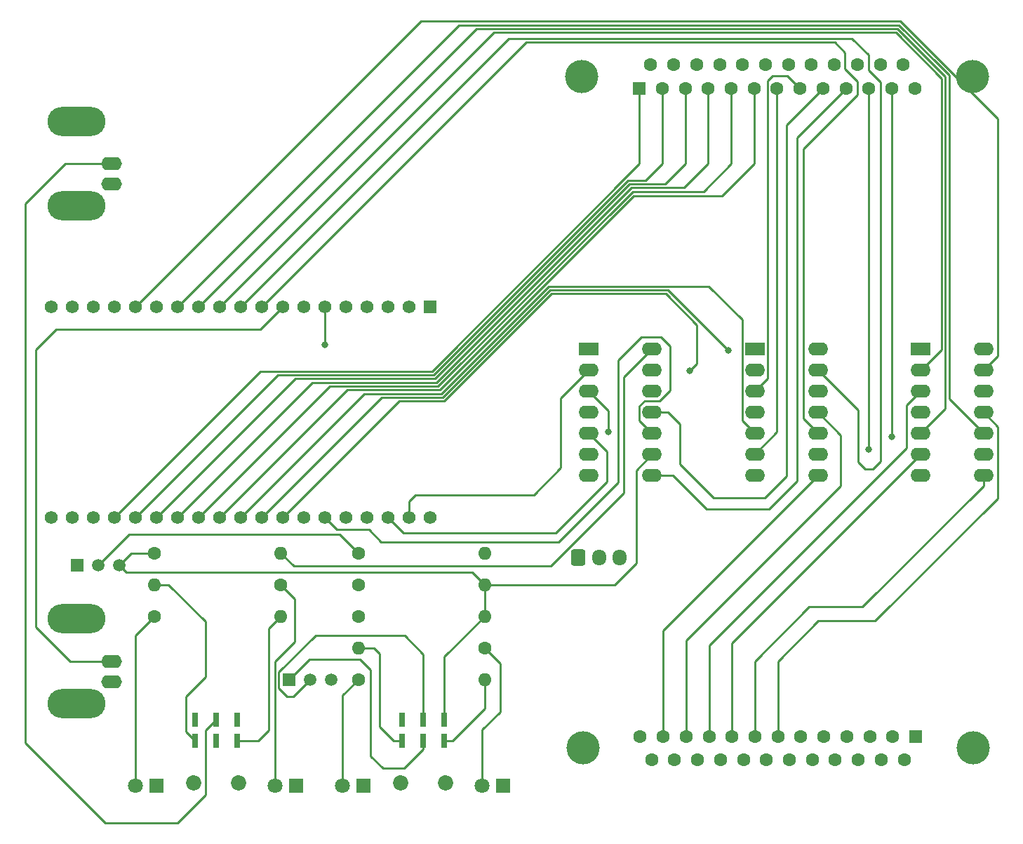
<source format=gbr>
%TF.GenerationSoftware,KiCad,Pcbnew,(6.0.4)*%
%TF.CreationDate,2023-06-02T21:54:59+02:00*%
%TF.ProjectId,LED-Zappelin-V2-Chrolis,4c45442d-5a61-4707-9065-6c696e2d5632,rev?*%
%TF.SameCoordinates,Original*%
%TF.FileFunction,Copper,L1,Top*%
%TF.FilePolarity,Positive*%
%FSLAX46Y46*%
G04 Gerber Fmt 4.6, Leading zero omitted, Abs format (unit mm)*
G04 Created by KiCad (PCBNEW (6.0.4)) date 2023-06-02 21:54:59*
%MOMM*%
%LPD*%
G01*
G04 APERTURE LIST*
G04 Aperture macros list*
%AMRoundRect*
0 Rectangle with rounded corners*
0 $1 Rounding radius*
0 $2 $3 $4 $5 $6 $7 $8 $9 X,Y pos of 4 corners*
0 Add a 4 corners polygon primitive as box body*
4,1,4,$2,$3,$4,$5,$6,$7,$8,$9,$2,$3,0*
0 Add four circle primitives for the rounded corners*
1,1,$1+$1,$2,$3*
1,1,$1+$1,$4,$5*
1,1,$1+$1,$6,$7*
1,1,$1+$1,$8,$9*
0 Add four rect primitives between the rounded corners*
20,1,$1+$1,$2,$3,$4,$5,0*
20,1,$1+$1,$4,$5,$6,$7,0*
20,1,$1+$1,$6,$7,$8,$9,0*
20,1,$1+$1,$8,$9,$2,$3,0*%
G04 Aperture macros list end*
%TA.AperFunction,ComponentPad*%
%ADD10R,1.560000X1.560000*%
%TD*%
%TA.AperFunction,ComponentPad*%
%ADD11C,1.560000*%
%TD*%
%TA.AperFunction,ComponentPad*%
%ADD12R,1.800000X1.800000*%
%TD*%
%TA.AperFunction,ComponentPad*%
%ADD13C,1.800000*%
%TD*%
%TA.AperFunction,ComponentPad*%
%ADD14RoundRect,0.250000X-0.600000X-0.725000X0.600000X-0.725000X0.600000X0.725000X-0.600000X0.725000X0*%
%TD*%
%TA.AperFunction,ComponentPad*%
%ADD15O,1.700000X1.950000*%
%TD*%
%TA.AperFunction,ComponentPad*%
%ADD16R,0.750000X1.750000*%
%TD*%
%TA.AperFunction,ComponentPad*%
%ADD17C,1.850000*%
%TD*%
%TA.AperFunction,ComponentPad*%
%ADD18C,1.600000*%
%TD*%
%TA.AperFunction,ComponentPad*%
%ADD19O,1.600000X1.600000*%
%TD*%
%TA.AperFunction,ComponentPad*%
%ADD20C,4.000000*%
%TD*%
%TA.AperFunction,ComponentPad*%
%ADD21R,1.600000X1.600000*%
%TD*%
%TA.AperFunction,ComponentPad*%
%ADD22O,2.499360X1.600200*%
%TD*%
%TA.AperFunction,ComponentPad*%
%ADD23O,7.000240X3.500120*%
%TD*%
%TA.AperFunction,ComponentPad*%
%ADD24R,2.400000X1.600000*%
%TD*%
%TA.AperFunction,ComponentPad*%
%ADD25O,2.400000X1.600000*%
%TD*%
%TA.AperFunction,ComponentPad*%
%ADD26R,1.500000X1.500000*%
%TD*%
%TA.AperFunction,ComponentPad*%
%ADD27C,1.500000*%
%TD*%
%TA.AperFunction,ViaPad*%
%ADD28C,0.800000*%
%TD*%
%TA.AperFunction,Conductor*%
%ADD29C,0.250000*%
%TD*%
G04 APERTURE END LIST*
D10*
%TO.P,U1,1,3V3*%
%TO.N,3.3V*%
X100760000Y-72150000D03*
D11*
%TO.P,U1,2,EN*%
%TO.N,unconnected-(U1-Pad2)*%
X98220000Y-72150000D03*
%TO.P,U1,3,SENSOR_VP*%
%TO.N,unconnected-(U1-Pad3)*%
X95680000Y-72150000D03*
%TO.P,U1,4,SENSOR_VN*%
%TO.N,unconnected-(U1-Pad4)*%
X93140000Y-72150000D03*
%TO.P,U1,5,IO34*%
%TO.N,unconnected-(U1-Pad5)*%
X90600000Y-72150000D03*
%TO.P,U1,6,IO35*%
%TO.N,Net-(R1-Pad1)*%
X88060000Y-72150000D03*
%TO.P,U1,7,IO32*%
%TO.N,NeoPixel*%
X85520000Y-72150000D03*
%TO.P,U1,8,IO33*%
%TO.N,Trigger*%
X82980000Y-72150000D03*
%TO.P,U1,9,IO25*%
%TO.N,GPIO25*%
X80440000Y-72150000D03*
%TO.P,U1,10,IO26*%
%TO.N,GPIO26*%
X77900000Y-72150000D03*
%TO.P,U1,11,IO27*%
%TO.N,GPIO27*%
X75360000Y-72150000D03*
%TO.P,U1,12,IO14*%
%TO.N,GPIO28*%
X72820000Y-72150000D03*
%TO.P,U1,13,IO12*%
%TO.N,GPIO12*%
X70280000Y-72150000D03*
%TO.P,U1,14,GND1*%
%TO.N,GNDREF*%
X67740000Y-72150000D03*
%TO.P,U1,15,IO13*%
%TO.N,GPIO13*%
X65200000Y-72150000D03*
%TO.P,U1,16,SD2*%
%TO.N,unconnected-(U1-Pad16)*%
X62660000Y-72150000D03*
%TO.P,U1,17,SD3*%
%TO.N,unconnected-(U1-Pad17)*%
X60120000Y-72150000D03*
%TO.P,U1,18,CMD*%
%TO.N,unconnected-(U1-Pad18)*%
X57580000Y-72150000D03*
%TO.P,U1,19,EXT_5V*%
%TO.N,5V*%
X55040000Y-72150000D03*
%TO.P,U1,20,GND3*%
%TO.N,GNDREF*%
X100760000Y-97550000D03*
%TO.P,U1,21,IO23*%
%TO.N,GPIO23*%
X98220000Y-97550000D03*
%TO.P,U1,22,IO22*%
%TO.N,GPIO22*%
X95680000Y-97550000D03*
%TO.P,U1,23,TXD0*%
%TO.N,unconnected-(U1-Pad23)*%
X93140000Y-97550000D03*
%TO.P,U1,24,RXD0*%
%TO.N,unconnected-(U1-Pad24)*%
X90600000Y-97550000D03*
%TO.P,U1,25,IO21*%
%TO.N,GPIO21*%
X88060000Y-97550000D03*
%TO.P,U1,26,GND2*%
%TO.N,GNDREF*%
X85520000Y-97550000D03*
%TO.P,U1,27,IO19*%
%TO.N,GPIO19*%
X82980000Y-97550000D03*
%TO.P,U1,28,IO18*%
%TO.N,GPIO18*%
X80440000Y-97550000D03*
%TO.P,U1,29,IO5*%
%TO.N,GPIO05*%
X77900000Y-97550000D03*
%TO.P,U1,30,IO17*%
%TO.N,GPIO17*%
X75360000Y-97550000D03*
%TO.P,U1,31,IO16*%
%TO.N,GPIO16*%
X72820000Y-97550000D03*
%TO.P,U1,32,IO4*%
%TO.N,GPIO04*%
X70280000Y-97550000D03*
%TO.P,U1,33,IO0*%
%TO.N,GPIO00*%
X67740000Y-97550000D03*
%TO.P,U1,34,IO2*%
%TO.N,GPIO02*%
X65200000Y-97550000D03*
%TO.P,U1,35,IO15*%
%TO.N,GPIO15*%
X62660000Y-97550000D03*
%TO.P,U1,36,SD1*%
%TO.N,unconnected-(U1-Pad36)*%
X60120000Y-97550000D03*
%TO.P,U1,37,SD0*%
%TO.N,unconnected-(U1-Pad37)*%
X57580000Y-97550000D03*
%TO.P,U1,38,CLK*%
%TO.N,unconnected-(U1-Pad38)*%
X55040000Y-97550000D03*
%TD*%
D12*
%TO.P,D3,1,K*%
%TO.N,GNDREF*%
X109625000Y-129850000D03*
D13*
%TO.P,D3,2,A*%
%TO.N,Net-(D3-Pad2)*%
X107085000Y-129850000D03*
%TD*%
D14*
%TO.P,J5,1,Pin_1*%
%TO.N,GNDREF*%
X118650000Y-102350000D03*
D15*
%TO.P,J5,2,Pin_2*%
%TO.N,NeoPixel*%
X121150000Y-102350000D03*
%TO.P,J5,3,Pin_3*%
%TO.N,3.3V*%
X123650000Y-102350000D03*
%TD*%
D16*
%TO.P,SW1,1,A*%
%TO.N,unconnected-(SW1-Pad1)*%
X72410000Y-121930000D03*
%TO.P,SW1,2,B*%
%TO.N,Net-(SW1-Pad2)*%
X74950000Y-121930000D03*
%TO.P,SW1,3,C*%
%TO.N,Net-(SW1-Pad3)*%
X77490000Y-121930000D03*
%TO.P,SW1,4,A*%
%TO.N,Net-(R4-Pad2)*%
X72410000Y-124470000D03*
%TO.P,SW1,5,B*%
%TO.N,3.3V*%
X74950000Y-124470000D03*
%TO.P,SW1,6,C*%
%TO.N,Net-(R3-Pad2)*%
X77490000Y-124470000D03*
D17*
%TO.P,SW1,7*%
%TO.N,N/C*%
X72250000Y-129550000D03*
%TO.P,SW1,8*%
X77650000Y-129550000D03*
%TD*%
D18*
%TO.P,R4,1*%
%TO.N,Net-(D2-Pad2)*%
X82770000Y-105650000D03*
D19*
%TO.P,R4,2*%
%TO.N,Net-(R4-Pad2)*%
X67530000Y-105650000D03*
%TD*%
D16*
%TO.P,SW2,1,A*%
%TO.N,Net-(R6-Pad2)*%
X97410000Y-121930000D03*
%TO.P,SW2,2,B*%
%TO.N,Net-(SW1-Pad3)*%
X99950000Y-121930000D03*
%TO.P,SW2,3,C*%
%TO.N,Blanking*%
X102490000Y-121930000D03*
%TO.P,SW2,4,A*%
%TO.N,Net-(R7-Pad2)*%
X97410000Y-124470000D03*
%TO.P,SW2,5,B*%
%TO.N,Net-(SW2-Pad5)*%
X99950000Y-124470000D03*
%TO.P,SW2,6,C*%
%TO.N,Net-(R8-Pad2)*%
X102490000Y-124470000D03*
D17*
%TO.P,SW2,7*%
%TO.N,N/C*%
X97250000Y-129550000D03*
%TO.P,SW2,8*%
X102650000Y-129550000D03*
%TD*%
D12*
%TO.P,D1,1,K*%
%TO.N,GNDREF*%
X67750000Y-129850000D03*
D13*
%TO.P,D1,2,A*%
%TO.N,Net-(D1-Pad2)*%
X65210000Y-129850000D03*
%TD*%
D18*
%TO.P,R3,1*%
%TO.N,Net-(D1-Pad2)*%
X67530000Y-109450000D03*
D19*
%TO.P,R3,2*%
%TO.N,Net-(R3-Pad2)*%
X82770000Y-109450000D03*
%TD*%
D20*
%TO.P,J3,0*%
%TO.N,N/C*%
X119095000Y-44370000D03*
X166195000Y-44370000D03*
D21*
%TO.P,J3,1,1*%
%TO.N,GPIO15*%
X126025000Y-45790000D03*
D18*
%TO.P,J3,2,2*%
%TO.N,GPIO02*%
X128795000Y-45790000D03*
%TO.P,J3,3,3*%
%TO.N,GPIO00*%
X131565000Y-45790000D03*
%TO.P,J3,4,4*%
%TO.N,GPIO04*%
X134335000Y-45790000D03*
%TO.P,J3,5,5*%
%TO.N,GPIO16*%
X137105000Y-45790000D03*
%TO.P,J3,6,6*%
%TO.N,GPIO17*%
X139875000Y-45790000D03*
%TO.P,J3,7,7*%
%TO.N,GPIO Input 6*%
X142645000Y-45790000D03*
%TO.P,J3,8,8*%
%TO.N,GPIO Input 5*%
X145415000Y-45790000D03*
%TO.P,J3,9,9*%
%TO.N,GPIO Input 4*%
X148185000Y-45790000D03*
%TO.P,J3,10,10*%
%TO.N,GPIO Input 3*%
X150955000Y-45790000D03*
%TO.P,J3,11,11*%
%TO.N,GPIO Input 2*%
X153725000Y-45790000D03*
%TO.P,J3,12,12*%
%TO.N,GPIO Input 1*%
X156495000Y-45790000D03*
%TO.P,J3,13,13*%
%TO.N,GNDREF*%
X159265000Y-45790000D03*
%TO.P,J3,14,P14*%
X127410000Y-42950000D03*
%TO.P,J3,15,P15*%
X130180000Y-42950000D03*
%TO.P,J3,16,P16*%
X132950000Y-42950000D03*
%TO.P,J3,17,P17*%
X135720000Y-42950000D03*
%TO.P,J3,18,P18*%
X138490000Y-42950000D03*
%TO.P,J3,19,P19*%
X141260000Y-42950000D03*
%TO.P,J3,20,P20*%
X144030000Y-42950000D03*
%TO.P,J3,21,P21*%
X146800000Y-42950000D03*
%TO.P,J3,22,P22*%
X149570000Y-42950000D03*
%TO.P,J3,23,P23*%
X152340000Y-42950000D03*
%TO.P,J3,24,P24*%
X155110000Y-42950000D03*
%TO.P,J3,25,P25*%
X157880000Y-42950000D03*
%TD*%
D22*
%TO.P,J1,1,In*%
%TO.N,Net-(SW1-Pad2)*%
X62351260Y-54850000D03*
%TO.P,J1,2,Ext*%
%TO.N,GNDREF*%
X62351260Y-57349360D03*
D23*
X58086600Y-59947780D03*
X58086600Y-49749680D03*
%TD*%
D24*
%TO.P,U2,1*%
%TO.N,Blanking*%
X119950000Y-77230000D03*
D25*
%TO.P,U2,2*%
%TO.N,GPIO23*%
X119950000Y-79770000D03*
%TO.P,U2,3*%
%TO.N,GPIO Input 1*%
X119950000Y-82310000D03*
%TO.P,U2,4*%
%TO.N,Blanking*%
X119950000Y-84850000D03*
%TO.P,U2,5*%
%TO.N,GPIO22*%
X119950000Y-87390000D03*
%TO.P,U2,6*%
%TO.N,GPIO Input 2*%
X119950000Y-89930000D03*
%TO.P,U2,7,GND*%
%TO.N,GNDREF*%
X119950000Y-92470000D03*
%TO.P,U2,8*%
%TO.N,GPIO Input 3*%
X127570000Y-92470000D03*
%TO.P,U2,9*%
%TO.N,Blanking*%
X127570000Y-89930000D03*
%TO.P,U2,10*%
%TO.N,GPIO21*%
X127570000Y-87390000D03*
%TO.P,U2,11*%
%TO.N,GPIO Input 4*%
X127570000Y-84850000D03*
%TO.P,U2,12*%
%TO.N,Blanking*%
X127570000Y-82310000D03*
%TO.P,U2,13*%
%TO.N,GPIO19*%
X127570000Y-79770000D03*
%TO.P,U2,14,VCC*%
%TO.N,5V*%
X127570000Y-77230000D03*
%TD*%
D24*
%TO.P,U4,1*%
%TO.N,Blanking*%
X159950000Y-77230000D03*
D25*
%TO.P,U4,2*%
%TO.N,GPIO27*%
X159950000Y-79770000D03*
%TO.P,U4,3*%
%TO.N,GPIO Input 9*%
X159950000Y-82310000D03*
%TO.P,U4,4*%
%TO.N,Blanking*%
X159950000Y-84850000D03*
%TO.P,U4,5*%
%TO.N,GPIO28*%
X159950000Y-87390000D03*
%TO.P,U4,6*%
%TO.N,GPIO Input 10*%
X159950000Y-89930000D03*
%TO.P,U4,7,GND*%
%TO.N,GNDREF*%
X159950000Y-92470000D03*
%TO.P,U4,8*%
%TO.N,GPIO Input 11*%
X167570000Y-92470000D03*
%TO.P,U4,9*%
%TO.N,Blanking*%
X167570000Y-89930000D03*
%TO.P,U4,10*%
%TO.N,GPIO12*%
X167570000Y-87390000D03*
%TO.P,U4,11*%
%TO.N,GPIO Input 12*%
X167570000Y-84850000D03*
%TO.P,U4,12*%
%TO.N,Blanking*%
X167570000Y-82310000D03*
%TO.P,U4,13*%
%TO.N,GPIO13*%
X167570000Y-79770000D03*
%TO.P,U4,14,VCC*%
%TO.N,5V*%
X167570000Y-77230000D03*
%TD*%
D18*
%TO.P,R8,1*%
%TO.N,Net-(D4-Pad2)*%
X92130000Y-117050000D03*
D19*
%TO.P,R8,2*%
%TO.N,Net-(R8-Pad2)*%
X107370000Y-117050000D03*
%TD*%
D24*
%TO.P,U3,1*%
%TO.N,Blanking*%
X139950000Y-77230000D03*
D25*
%TO.P,U3,2*%
%TO.N,GPIO18*%
X139950000Y-79770000D03*
%TO.P,U3,3*%
%TO.N,GPIO Input 5*%
X139950000Y-82310000D03*
%TO.P,U3,4*%
%TO.N,Blanking*%
X139950000Y-84850000D03*
%TO.P,U3,5*%
%TO.N,GPIO05*%
X139950000Y-87390000D03*
%TO.P,U3,6*%
%TO.N,GPIO Input 6*%
X139950000Y-89930000D03*
%TO.P,U3,7,GND*%
%TO.N,GNDREF*%
X139950000Y-92470000D03*
%TO.P,U3,8*%
%TO.N,GPIO Input 7*%
X147570000Y-92470000D03*
%TO.P,U3,9*%
%TO.N,Blanking*%
X147570000Y-89930000D03*
%TO.P,U3,10*%
%TO.N,GPIO25*%
X147570000Y-87390000D03*
%TO.P,U3,11*%
%TO.N,GPIO Input 8*%
X147570000Y-84850000D03*
%TO.P,U3,12*%
%TO.N,Blanking*%
X147570000Y-82310000D03*
%TO.P,U3,13*%
%TO.N,GPIO26*%
X147570000Y-79770000D03*
%TO.P,U3,14,VCC*%
%TO.N,5V*%
X147570000Y-77230000D03*
%TD*%
D20*
%TO.P,J4,0*%
%TO.N,N/C*%
X166305000Y-125330000D03*
X119205000Y-125330000D03*
D21*
%TO.P,J4,1,1*%
%TO.N,unconnected-(J4-Pad1)*%
X159375000Y-123910000D03*
D18*
%TO.P,J4,2,2*%
%TO.N,unconnected-(J4-Pad2)*%
X156605000Y-123910000D03*
%TO.P,J4,3,3*%
%TO.N,unconnected-(J4-Pad3)*%
X153835000Y-123910000D03*
%TO.P,J4,4,4*%
%TO.N,unconnected-(J4-Pad4)*%
X151065000Y-123910000D03*
%TO.P,J4,5,5*%
%TO.N,unconnected-(J4-Pad5)*%
X148295000Y-123910000D03*
%TO.P,J4,6,6*%
%TO.N,unconnected-(J4-Pad6)*%
X145525000Y-123910000D03*
%TO.P,J4,7,7*%
%TO.N,GPIO Input 12*%
X142755000Y-123910000D03*
%TO.P,J4,8,8*%
%TO.N,GPIO Input 11*%
X139985000Y-123910000D03*
%TO.P,J4,9,9*%
%TO.N,GPIO Input 10*%
X137215000Y-123910000D03*
%TO.P,J4,10,10*%
%TO.N,GPIO Input 9*%
X134445000Y-123910000D03*
%TO.P,J4,11,11*%
%TO.N,GPIO Input 8*%
X131675000Y-123910000D03*
%TO.P,J4,12,12*%
%TO.N,GPIO Input 7*%
X128905000Y-123910000D03*
%TO.P,J4,13,13*%
%TO.N,GNDREF*%
X126135000Y-123910000D03*
%TO.P,J4,14,P14*%
X157990000Y-126750000D03*
%TO.P,J4,15,P15*%
X155220000Y-126750000D03*
%TO.P,J4,16,P16*%
X152450000Y-126750000D03*
%TO.P,J4,17,P17*%
X149680000Y-126750000D03*
%TO.P,J4,18,P18*%
X146910000Y-126750000D03*
%TO.P,J4,19,P19*%
X144140000Y-126750000D03*
%TO.P,J4,20,P20*%
X141370000Y-126750000D03*
%TO.P,J4,21,P21*%
X138600000Y-126750000D03*
%TO.P,J4,22,P22*%
X135830000Y-126750000D03*
%TO.P,J4,23,P23*%
X133060000Y-126750000D03*
%TO.P,J4,24,P24*%
X130290000Y-126750000D03*
%TO.P,J4,25,P25*%
X127520000Y-126750000D03*
%TD*%
%TO.P,R7,1*%
%TO.N,Net-(D3-Pad2)*%
X107350000Y-113250000D03*
D19*
%TO.P,R7,2*%
%TO.N,Net-(R7-Pad2)*%
X92110000Y-113250000D03*
%TD*%
D18*
%TO.P,R5,1*%
%TO.N,Blanking*%
X67550000Y-101850000D03*
D19*
%TO.P,R5,2*%
%TO.N,5V*%
X82790000Y-101850000D03*
%TD*%
D26*
%TO.P,Q2,1,E*%
%TO.N,Net-(SW2-Pad5)*%
X83800000Y-117050000D03*
D27*
%TO.P,Q2,2,B*%
%TO.N,Net-(SW1-Pad3)*%
X86340000Y-117050000D03*
%TO.P,Q2,3,C*%
%TO.N,3.3V*%
X88880000Y-117050000D03*
%TD*%
D18*
%TO.P,R6,1*%
%TO.N,Net-(Q1-Pad2)*%
X92130000Y-101850000D03*
D19*
%TO.P,R6,2*%
%TO.N,Net-(R6-Pad2)*%
X107370000Y-101850000D03*
%TD*%
D18*
%TO.P,R1,1*%
%TO.N,Net-(R1-Pad1)*%
X92130000Y-105650000D03*
D19*
%TO.P,R1,2*%
%TO.N,Blanking*%
X107370000Y-105650000D03*
%TD*%
D22*
%TO.P,J2,1,In*%
%TO.N,Trigger*%
X62351260Y-114850000D03*
D23*
%TO.P,J2,2,Ext*%
%TO.N,GNDREF*%
X58086600Y-109749680D03*
X58086600Y-119947780D03*
D22*
X62351260Y-117349360D03*
%TD*%
D12*
%TO.P,D2,1,K*%
%TO.N,GNDREF*%
X84625000Y-129850000D03*
D13*
%TO.P,D2,2,A*%
%TO.N,Net-(D2-Pad2)*%
X82085000Y-129850000D03*
%TD*%
D26*
%TO.P,Q1,1,E*%
%TO.N,GNDREF*%
X58200000Y-103300000D03*
D27*
%TO.P,Q1,2,B*%
%TO.N,Net-(Q1-Pad2)*%
X60740000Y-103300000D03*
%TO.P,Q1,3,C*%
%TO.N,Blanking*%
X63280000Y-103300000D03*
%TD*%
D18*
%TO.P,R2,1*%
%TO.N,GNDREF*%
X92130000Y-109450000D03*
D19*
%TO.P,R2,2*%
%TO.N,Blanking*%
X107370000Y-109450000D03*
%TD*%
D12*
%TO.P,D4,1,K*%
%TO.N,GNDREF*%
X92750000Y-129850000D03*
D13*
%TO.P,D4,2,A*%
%TO.N,Net-(D4-Pad2)*%
X90210000Y-129850000D03*
%TD*%
D28*
%TO.N,GPIO Input 2*%
X153725000Y-89325000D03*
%TO.N,GPIO Input 1*%
X122300000Y-87200000D03*
X156500000Y-87750000D03*
%TO.N,Net-(R1-Pad1)*%
X88050000Y-76700000D03*
%TO.N,GPIO19*%
X132150000Y-79800000D03*
%TO.N,GPIO18*%
X136750000Y-77400000D03*
%TD*%
D29*
%TO.N,Net-(D1-Pad2)*%
X65210000Y-111770000D02*
X67530000Y-109450000D01*
X65210000Y-129850000D02*
X65210000Y-111770000D01*
%TO.N,Net-(D2-Pad2)*%
X84450000Y-112500000D02*
X84450000Y-107330000D01*
X82085000Y-129850000D02*
X82085000Y-114865000D01*
X82085000Y-114865000D02*
X84450000Y-112500000D01*
X84450000Y-107330000D02*
X82770000Y-105650000D01*
%TO.N,Net-(D3-Pad2)*%
X109250000Y-120950000D02*
X109250000Y-115150000D01*
X107085000Y-129850000D02*
X107085000Y-123115000D01*
X109250000Y-115150000D02*
X107350000Y-113250000D01*
X107085000Y-123115000D02*
X109250000Y-120950000D01*
%TO.N,Net-(D4-Pad2)*%
X90210000Y-129850000D02*
X90210000Y-118970000D01*
X90210000Y-118970000D02*
X92130000Y-117050000D01*
%TO.N,Net-(SW1-Pad2)*%
X51950000Y-124700000D02*
X61600000Y-134350000D01*
X73700000Y-123150000D02*
X73700000Y-130966086D01*
X74920000Y-121930000D02*
X73700000Y-123150000D01*
X62351260Y-54850000D02*
X56800000Y-54850000D01*
X70316086Y-134350000D02*
X68550000Y-134350000D01*
X73700000Y-130966086D02*
X70316086Y-134350000D01*
X61600000Y-134350000D02*
X68550000Y-134350000D01*
X51950000Y-59700000D02*
X51950000Y-124700000D01*
X68550000Y-134350000D02*
X68800000Y-134350000D01*
X56800000Y-54850000D02*
X51950000Y-59700000D01*
X74950000Y-121930000D02*
X74920000Y-121930000D01*
%TO.N,Trigger*%
X53200000Y-110700000D02*
X53200000Y-77300000D01*
X62351260Y-114850000D02*
X57350000Y-114850000D01*
X80330000Y-74800000D02*
X82980000Y-72150000D01*
X57350000Y-114850000D02*
X53200000Y-110700000D01*
X53200000Y-77300000D02*
X55700000Y-74800000D01*
X55700000Y-74800000D02*
X80330000Y-74800000D01*
%TO.N,GPIO15*%
X62660000Y-97550000D02*
X80310000Y-79900000D01*
X126025000Y-54880331D02*
X126025000Y-45790000D01*
X101005331Y-79900000D02*
X126025000Y-54880331D01*
X80310000Y-79900000D02*
X101005331Y-79900000D01*
%TO.N,GPIO02*%
X65200000Y-97550000D02*
X82400480Y-80349520D01*
X82400480Y-80349520D02*
X101191529Y-80349520D01*
X126812666Y-56862666D02*
X128795000Y-54880331D01*
X128795000Y-54880331D02*
X128795000Y-45790000D01*
X124678383Y-56862666D02*
X126812666Y-56862666D01*
X101191529Y-80349520D02*
X124678383Y-56862666D01*
%TO.N,GPIO00*%
X131565000Y-54880331D02*
X131565000Y-45790000D01*
X129112186Y-57312186D02*
X129122666Y-57322666D01*
X124864581Y-57312186D02*
X129112186Y-57312186D01*
X84490960Y-80799040D02*
X101377727Y-80799040D01*
X67740000Y-97550000D02*
X84490960Y-80799040D01*
X101377727Y-80799040D02*
X124864581Y-57312186D01*
X129122666Y-57322666D02*
X131565000Y-54880331D01*
%TO.N,GPIO04*%
X70280000Y-97550000D02*
X86581440Y-81248560D01*
X86581440Y-81248560D02*
X101563925Y-81248560D01*
X125061259Y-57772186D02*
X131443145Y-57772186D01*
X134335000Y-54880331D02*
X134335000Y-45790000D01*
X101563925Y-81248560D02*
X125050779Y-57761706D01*
X125050779Y-57761706D02*
X125061259Y-57772186D01*
X131443145Y-57772186D02*
X134335000Y-54880331D01*
%TO.N,GPIO16*%
X133763625Y-58221706D02*
X137105000Y-54880331D01*
X72820000Y-97550000D02*
X88671920Y-81698080D01*
X125226497Y-58221706D02*
X133763625Y-58221706D01*
X88671920Y-81698080D02*
X101750123Y-81698080D01*
X137105000Y-54880331D02*
X137105000Y-45790000D01*
X101750123Y-81698080D02*
X125226497Y-58221706D01*
%TO.N,GPIO17*%
X101936321Y-82147600D02*
X125366961Y-58716960D01*
X90762400Y-82147600D02*
X101936321Y-82147600D01*
X75360000Y-97550000D02*
X90762400Y-82147600D01*
X125366961Y-58716960D02*
X136038371Y-58716960D01*
X136038371Y-58716960D02*
X139875000Y-54880331D01*
X139875000Y-54880331D02*
X139875000Y-45790000D01*
%TO.N,GPIO Input 6*%
X139950000Y-89930000D02*
X142645000Y-87235000D01*
X142645000Y-87235000D02*
X142645000Y-45790000D01*
%TO.N,GPIO Input 5*%
X141474511Y-80785489D02*
X141474511Y-44849211D01*
X139950000Y-82310000D02*
X141474511Y-80785489D01*
X143875000Y-44250000D02*
X145415000Y-45790000D01*
X141474511Y-44849211D02*
X142073722Y-44250000D01*
X142073722Y-44250000D02*
X143875000Y-44250000D01*
%TO.N,GPIO Input 4*%
X134950000Y-95150000D02*
X141150000Y-95150000D01*
X143800000Y-50175000D02*
X148185000Y-45790000D01*
X127570000Y-84850000D02*
X129500000Y-84850000D01*
X143800000Y-92500000D02*
X143800000Y-50175000D01*
X141150000Y-95150000D02*
X143800000Y-92500000D01*
X130900000Y-91100000D02*
X134950000Y-95150000D01*
X130900000Y-86250000D02*
X130900000Y-91100000D01*
X129500000Y-84850000D02*
X130900000Y-86250000D01*
%TO.N,GPIO Input 3*%
X141650000Y-96550000D02*
X145050000Y-93150000D01*
X130070000Y-92470000D02*
X134150000Y-96550000D01*
X145050000Y-51695000D02*
X150955000Y-45790000D01*
X134150000Y-96550000D02*
X141650000Y-96550000D01*
X127570000Y-92470000D02*
X130070000Y-92470000D01*
X145050000Y-93150000D02*
X145050000Y-51695000D01*
%TO.N,GPIO Input 2*%
X153725000Y-89325000D02*
X153725000Y-89375000D01*
X153725000Y-89325000D02*
X153725000Y-45790000D01*
%TO.N,GPIO Input 1*%
X156500000Y-82810000D02*
X156500000Y-87750000D01*
X119950000Y-82310000D02*
X122300000Y-84660000D01*
X156495000Y-45790000D02*
X156495000Y-82805000D01*
X156495000Y-82805000D02*
X156500000Y-82810000D01*
X122300000Y-84660000D02*
X122300000Y-87200000D01*
%TO.N,GPIO Input 12*%
X169300000Y-86580000D02*
X167570000Y-84850000D01*
X142755000Y-123910000D02*
X142755000Y-114850000D01*
X142755000Y-114850000D02*
X147605000Y-110000000D01*
X169300000Y-95200000D02*
X169300000Y-86580000D01*
X147605000Y-110000000D02*
X154500000Y-110000000D01*
X154500000Y-110000000D02*
X169300000Y-95200000D01*
%TO.N,GPIO Input 11*%
X167570000Y-93680000D02*
X167570000Y-92470000D01*
X139985000Y-114850000D02*
X146535000Y-108300000D01*
X139985000Y-123910000D02*
X139985000Y-114850000D01*
X146535000Y-108300000D02*
X152950000Y-108300000D01*
X152950000Y-108300000D02*
X167570000Y-93680000D01*
%TO.N,GPIO Input 10*%
X137215000Y-112665000D02*
X159950000Y-89930000D01*
X137215000Y-123910000D02*
X137215000Y-112665000D01*
%TO.N,GPIO Input 9*%
X134445000Y-112955000D02*
X158250000Y-89150000D01*
X158250000Y-84010000D02*
X159950000Y-82310000D01*
X134445000Y-123910000D02*
X134445000Y-112955000D01*
X158250000Y-89150000D02*
X158250000Y-84010000D01*
%TO.N,GPIO Input 8*%
X131675000Y-123910000D02*
X131675000Y-112375000D01*
X131675000Y-112375000D02*
X150300000Y-93750000D01*
X150300000Y-93750000D02*
X150300000Y-87580000D01*
X150300000Y-87580000D02*
X147570000Y-84850000D01*
%TO.N,GPIO Input 7*%
X128905000Y-123910000D02*
X128905000Y-111135000D01*
X128905000Y-111135000D02*
X147570000Y-92470000D01*
%TO.N,Net-(Q1-Pad2)*%
X89880000Y-99600000D02*
X92130000Y-101850000D01*
X60740000Y-103300000D02*
X64440000Y-99600000D01*
X64440000Y-99600000D02*
X89880000Y-99600000D01*
%TO.N,Blanking*%
X64095000Y-104115000D02*
X63280000Y-103300000D01*
X125650000Y-103050000D02*
X123050000Y-105650000D01*
X127570000Y-89930000D02*
X125650000Y-91850000D01*
X125650000Y-91850000D02*
X125650000Y-103050000D01*
X102490000Y-114330000D02*
X107370000Y-109450000D01*
X67550000Y-101850000D02*
X64730000Y-101850000D01*
X105835000Y-104115000D02*
X64095000Y-104115000D01*
X102490000Y-121930000D02*
X102490000Y-114330000D01*
X105835000Y-104115000D02*
X107370000Y-105650000D01*
X123050000Y-105650000D02*
X107370000Y-105650000D01*
X64730000Y-101850000D02*
X63280000Y-103300000D01*
X107370000Y-105650000D02*
X107370000Y-109450000D01*
%TO.N,Net-(R1-Pad1)*%
X88060000Y-76690000D02*
X88050000Y-76700000D01*
X88060000Y-72150000D02*
X88060000Y-76690000D01*
%TO.N,Net-(R3-Pad2)*%
X81320000Y-110900000D02*
X82770000Y-109450000D01*
X81200000Y-123300000D02*
X81300000Y-123200000D01*
X77490000Y-124470000D02*
X80030000Y-124470000D01*
X80030000Y-124470000D02*
X81200000Y-123300000D01*
X81300000Y-110900000D02*
X81320000Y-110900000D01*
X81300000Y-123200000D02*
X81300000Y-110900000D01*
%TO.N,Net-(R4-Pad2)*%
X72410000Y-124470000D02*
X71300000Y-123360000D01*
X71300000Y-119100000D02*
X73650000Y-116750000D01*
X73650000Y-116750000D02*
X73650000Y-110100000D01*
X71300000Y-123360000D02*
X71300000Y-119100000D01*
X73650000Y-110100000D02*
X69200000Y-105650000D01*
X69200000Y-105650000D02*
X67530000Y-105650000D01*
%TO.N,5V*%
X124150000Y-94600000D02*
X115350000Y-103400000D01*
X115350000Y-103400000D02*
X84340000Y-103400000D01*
X124150000Y-80600000D02*
X124150000Y-94600000D01*
X84340000Y-103400000D02*
X82790000Y-101850000D01*
X127570000Y-77230000D02*
X127520000Y-77230000D01*
X127520000Y-77230000D02*
X124150000Y-80600000D01*
%TO.N,Net-(R7-Pad2)*%
X92110000Y-113250000D02*
X94000000Y-113250000D01*
X94700000Y-113950000D02*
X94700000Y-122760000D01*
X94000000Y-113250000D02*
X94700000Y-113950000D01*
X96410000Y-124470000D02*
X97410000Y-124470000D01*
X94700000Y-122760000D02*
X96410000Y-124470000D01*
%TO.N,Net-(R8-Pad2)*%
X107370000Y-120590000D02*
X107370000Y-117050000D01*
X103490000Y-124470000D02*
X107370000Y-120590000D01*
X102490000Y-124470000D02*
X103490000Y-124470000D01*
%TO.N,Net-(SW2-Pad5)*%
X95100000Y-127750000D02*
X97650000Y-127750000D01*
X83800000Y-117050000D02*
X86250000Y-114600000D01*
X99950000Y-125450000D02*
X99950000Y-124470000D01*
X97650000Y-127750000D02*
X99950000Y-125450000D01*
X86250000Y-114600000D02*
X92350000Y-114600000D01*
X92350000Y-114600000D02*
X93625000Y-115875000D01*
X93625000Y-115875000D02*
X93625000Y-126275000D01*
X93625000Y-126275000D02*
X95100000Y-127750000D01*
%TO.N,Net-(SW1-Pad3)*%
X82534520Y-118134520D02*
X83500000Y-119100000D01*
X97700000Y-111750000D02*
X86950978Y-111750000D01*
X83500000Y-119100000D02*
X84290000Y-119100000D01*
X99950000Y-121930000D02*
X99950000Y-114000000D01*
X84290000Y-119100000D02*
X86340000Y-117050000D01*
X82534520Y-116166458D02*
X82534520Y-118134520D01*
X86950978Y-111750000D02*
X82534520Y-116166458D01*
X99950000Y-114000000D02*
X97700000Y-111750000D01*
%TO.N,GPIO25*%
X150850000Y-43450000D02*
X152324511Y-44924511D01*
X112390480Y-40199520D02*
X148409820Y-40199520D01*
X145800000Y-85620000D02*
X145800000Y-53100978D01*
X149600000Y-40200000D02*
X150850000Y-41450000D01*
X150850000Y-41450000D02*
X150850000Y-43450000D01*
X148410300Y-40200000D02*
X149600000Y-40200000D01*
X152325489Y-46575489D02*
X152325489Y-44924511D01*
X145800000Y-53100978D02*
X152325489Y-46575489D01*
X148409820Y-40199520D02*
X148410300Y-40200000D01*
X152324511Y-44924511D02*
X152325489Y-44924511D01*
X147570000Y-87390000D02*
X145800000Y-85620000D01*
X80440000Y-72150000D02*
X112390480Y-40199520D01*
%TO.N,GPIO26*%
X155100000Y-45051278D02*
X155100000Y-90750000D01*
X155100000Y-90750000D02*
X154200000Y-91650000D01*
X152400000Y-90800000D02*
X152400000Y-84600000D01*
X154200000Y-91650000D02*
X153250000Y-91650000D01*
X152400000Y-84600000D02*
X147570000Y-79770000D01*
X153674361Y-43625639D02*
X155100000Y-45051278D01*
X151700000Y-39750000D02*
X153674361Y-41724361D01*
X77900000Y-72150000D02*
X110300000Y-39750000D01*
X110300000Y-39750000D02*
X151700000Y-39750000D01*
X153250000Y-91650000D02*
X152400000Y-90800000D01*
X153674361Y-41724361D02*
X153674361Y-43625639D01*
%TO.N,GPIO27*%
X156963802Y-39048560D02*
X162500960Y-44585718D01*
X162500960Y-44585718D02*
X162500960Y-77328062D01*
X75360000Y-72150000D02*
X108461440Y-39048560D01*
X160059022Y-79770000D02*
X159950000Y-79770000D01*
X108461440Y-39048560D02*
X156963802Y-39048560D01*
X162500960Y-77328062D02*
X160059022Y-79770000D01*
%TO.N,GPIO28*%
X162950480Y-84389520D02*
X159950000Y-87390000D01*
X157150000Y-38599040D02*
X162950480Y-44399520D01*
X72820000Y-72150000D02*
X106370960Y-38599040D01*
X162950480Y-44399520D02*
X162950480Y-84389520D01*
X106370960Y-38599040D02*
X157150000Y-38599040D01*
%TO.N,GPIO12*%
X104280480Y-38149520D02*
X157363802Y-38149520D01*
X163400000Y-83220000D02*
X167570000Y-87390000D01*
X162057141Y-42842859D02*
X163400000Y-44185718D01*
X163400000Y-44185718D02*
X163400000Y-83220000D01*
X157363802Y-38149520D02*
X162057141Y-42842859D01*
X70280000Y-72150000D02*
X104280480Y-38149520D01*
%TO.N,GPIO13*%
X169250000Y-49400000D02*
X169250000Y-78090000D01*
X99650000Y-37700000D02*
X157550000Y-37700000D01*
X65200000Y-72150000D02*
X99650000Y-37700000D01*
X157550000Y-37700000D02*
X169250000Y-49400000D01*
X169250000Y-78090000D02*
X167570000Y-79770000D01*
%TO.N,GPIO23*%
X116550000Y-91550000D02*
X113300000Y-94800000D01*
X113300000Y-94800000D02*
X99000000Y-94800000D01*
X99000000Y-94800000D02*
X98220000Y-95580000D01*
X98220000Y-95580000D02*
X98220000Y-97550000D01*
X119950000Y-79770000D02*
X116550000Y-83170000D01*
X116550000Y-83170000D02*
X116550000Y-91550000D01*
%TO.N,GPIO22*%
X95680000Y-97550000D02*
X97530000Y-99400000D01*
X97530000Y-99400000D02*
X115900000Y-99400000D01*
X115900000Y-99400000D02*
X122100000Y-93200000D01*
X122100000Y-89540000D02*
X119950000Y-87390000D01*
X122100000Y-93200000D02*
X122100000Y-89540000D01*
%TO.N,GPIO21*%
X93400000Y-99000000D02*
X94850000Y-100450000D01*
X123450000Y-78600000D02*
X126250000Y-75800000D01*
X128600000Y-75800000D02*
X129700000Y-76900000D01*
X126045480Y-85865480D02*
X127570000Y-87390000D01*
X126250000Y-75800000D02*
X128600000Y-75800000D01*
X89510000Y-99000000D02*
X93400000Y-99000000D01*
X116300000Y-100450000D02*
X123450000Y-93300000D01*
X126715480Y-83434520D02*
X126045480Y-84104520D01*
X128465480Y-83434520D02*
X126715480Y-83434520D01*
X129700000Y-82200000D02*
X128465480Y-83434520D01*
X88060000Y-97550000D02*
X89510000Y-99000000D01*
X123450000Y-93300000D02*
X123450000Y-78600000D01*
X126045480Y-84104520D02*
X126045480Y-85865480D01*
X94850000Y-100450000D02*
X116300000Y-100450000D01*
X129700000Y-76900000D02*
X129700000Y-82200000D01*
%TO.N,GPIO19*%
X133000000Y-78950000D02*
X132200000Y-79750000D01*
X102494914Y-83496160D02*
X115442034Y-70549040D01*
X133000000Y-74299040D02*
X133000000Y-78950000D01*
X82980000Y-97550000D02*
X97033840Y-83496160D01*
X129250000Y-70549040D02*
X133000000Y-74299040D01*
X115442034Y-70549040D02*
X129250000Y-70549040D01*
X97033840Y-83496160D02*
X102494914Y-83496160D01*
%TO.N,GPIO18*%
X129449520Y-70099520D02*
X115255837Y-70099520D01*
X102308716Y-83046640D02*
X94943360Y-83046640D01*
X94943360Y-83046640D02*
X80440000Y-97550000D01*
X136750000Y-77400000D02*
X129449520Y-70099520D01*
X115255837Y-70099520D02*
X102308716Y-83046640D01*
%TO.N,GPIO05*%
X115069639Y-69650000D02*
X134400000Y-69650000D01*
X138425480Y-73675480D02*
X138425480Y-85865480D01*
X77900000Y-97550000D02*
X92852880Y-82597120D01*
X134400000Y-69650000D02*
X138425480Y-73675480D01*
X102122519Y-82597120D02*
X115069639Y-69650000D01*
X92852880Y-82597120D02*
X102122519Y-82597120D01*
X138425480Y-85865480D02*
X139950000Y-87390000D01*
%TD*%
M02*

</source>
